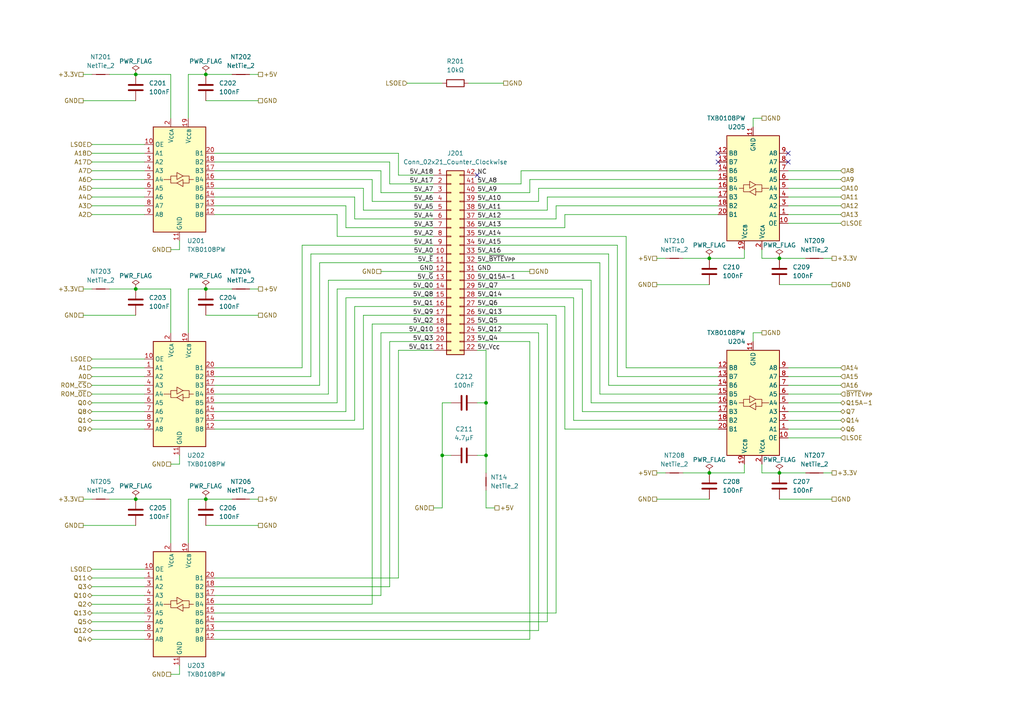
<source format=kicad_sch>
(kicad_sch (version 20230121) (generator eeschema)
  (paper "A4")
  (lib_symbols
    (symbol "Connector_Generic:Conn_02x21_Counter_Clockwise" (pin_names (offset 1.016) hide)
      (property "Reference" "J" (at 1.27 27.94 0))
      (property "Value" "Conn_02x21_Counter_Clockwise" (at 1.27 -27.94 0))
      (symbol "Conn_02x21_Counter_Clockwise_1_1"
        (rectangle (start -1.27 -25.273) (end 0 -25.527) (stroke (width 0.1524)))
        (rectangle (start -1.27 -22.733) (end 0 -22.987) (stroke (width 0.1524)))
        (rectangle (start -1.27 -20.193) (end 0 -20.447) (stroke (width 0.1524)))
        (rectangle (start -1.27 -17.653) (end 0 -17.907) (stroke (width 0.1524)))
        (rectangle (start -1.27 -15.113) (end 0 -15.367) (stroke (width 0.1524)))
        (rectangle (start -1.27 -12.573) (end 0 -12.827) (stroke (width 0.1524)))
        (rectangle (start -1.27 -10.033) (end 0 -10.287) (stroke (width 0.1524)))
        (rectangle (start -1.27 -7.493) (end 0 -7.747) (stroke (width 0.1524)))
        (rectangle (start -1.27 -4.953) (end 0 -5.207) (stroke (width 0.1524)))
        (rectangle (start -1.27 -2.413) (end 0 -2.667) (stroke (width 0.1524)))
        (rectangle (start -1.27 0.127) (end 0 -0.127) (stroke (width 0.1524)))
        (rectangle (start -1.27 2.667) (end 0 2.413) (stroke (width 0.1524)))
        (rectangle (start -1.27 5.207) (end 0 4.953) (stroke (width 0.1524)))
        (rectangle (start -1.27 7.747) (end 0 7.493) (stroke (width 0.1524)))
        (rectangle (start -1.27 10.287) (end 0 10.033) (stroke (width 0.1524)))
        (rectangle (start -1.27 12.827) (end 0 12.573) (stroke (width 0.1524)))
        (rectangle (start -1.27 15.367) (end 0 15.113) (stroke (width 0.1524)))
        (rectangle (start -1.27 17.907) (end 0 17.653) (stroke (width 0.1524)))
        (rectangle (start -1.27 20.447) (end 0 20.193) (stroke (width 0.1524)))
        (rectangle (start -1.27 22.987) (end 0 22.733) (stroke (width 0.1524)))
        (rectangle (start -1.27 25.527) (end 0 25.273) (stroke (width 0.1524)))
        (rectangle (start -1.27 26.67) (end 3.81 -26.67) (stroke (width 0.254)) (fill (type background)))
        (rectangle (start 3.81 -25.273) (end 2.54 -25.527) (stroke (width 0.1524)))
        (rectangle (start 3.81 -22.733) (end 2.54 -22.987) (stroke (width 0.1524)))
        (rectangle (start 3.81 -20.193) (end 2.54 -20.447) (stroke (width 0.1524)))
        (rectangle (start 3.81 -17.653) (end 2.54 -17.907) (stroke (width 0.1524)))
        (rectangle (start 3.81 -15.113) (end 2.54 -15.367) (stroke (width 0.1524)))
        (rectangle (start 3.81 -12.573) (end 2.54 -12.827) (stroke (width 0.1524)))
        (rectangle (start 3.81 -10.033) (end 2.54 -10.287) (stroke (width 0.1524)))
        (rectangle (start 3.81 -7.493) (end 2.54 -7.747) (stroke (width 0.1524)))
        (rectangle (start 3.81 -4.953) (end 2.54 -5.207) (stroke (width 0.1524)))
        (rectangle (start 3.81 -2.413) (end 2.54 -2.667) (stroke (width 0.1524)))
        (rectangle (start 3.81 0.127) (end 2.54 -0.127) (stroke (width 0.1524)))
        (rectangle (start 3.81 2.667) (end 2.54 2.413) (stroke (width 0.1524)))
        (rectangle (start 3.81 5.207) (end 2.54 4.953) (stroke (width 0.1524)))
        (rectangle (start 3.81 7.747) (end 2.54 7.493) (stroke (width 0.1524)))
        (rectangle (start 3.81 10.287) (end 2.54 10.033) (stroke (width 0.1524)))
        (rectangle (start 3.81 12.827) (end 2.54 12.573) (stroke (width 0.1524)))
        (rectangle (start 3.81 15.367) (end 2.54 15.113) (stroke (width 0.1524)))
        (rectangle (start 3.81 17.907) (end 2.54 17.653) (stroke (width 0.1524)))
        (rectangle (start 3.81 20.447) (end 2.54 20.193) (stroke (width 0.1524)))
        (rectangle (start 3.81 22.987) (end 2.54 22.733) (stroke (width 0.1524)))
        (rectangle (start 3.81 25.527) (end 2.54 25.273) (stroke (width 0.1524)))
        (pin passive line (at -5.08 25.4 0) (length 3.81) (name "Pin_1") (number "1"))
        (pin passive line (at -5.08 2.54 0) (length 3.81) (name "Pin_10") (number "10"))
        (pin passive line (at -5.08 0 0) (length 3.81) (name "Pin_11") (number "11"))
        (pin passive line (at -5.08 -2.54 0) (length 3.81) (name "Pin_12") (number "12"))
        (pin passive line (at -5.08 -5.08 0) (length 3.81) (name "Pin_13") (number "13"))
        (pin passive line (at -5.08 -7.62 0) (length 3.81) (name "Pin_14") (number "14"))
        (pin passive line (at -5.08 -10.16 0) (length 3.81) (name "Pin_15") (number "15"))
        (pin passive line (at -5.08 -12.7 0) (length 3.81) (name "Pin_16") (number "16"))
        (pin passive line (at -5.08 -15.24 0) (length 3.81) (name "Pin_17") (number "17"))
        (pin passive line (at -5.08 -17.78 0) (length 3.81) (name "Pin_18") (number "18"))
        (pin passive line (at -5.08 -20.32 0) (length 3.81) (name "Pin_19") (number "19"))
        (pin passive line (at -5.08 22.86 0) (length 3.81) (name "Pin_2") (number "2"))
        (pin passive line (at -5.08 -22.86 0) (length 3.81) (name "Pin_20") (number "20"))
        (pin passive line (at -5.08 -25.4 0) (length 3.81) (name "Pin_21") (number "21"))
        (pin passive line (at 7.62 -25.4 180) (length 3.81) (name "Pin_22") (number "22"))
        (pin passive line (at 7.62 -22.86 180) (length 3.81) (name "Pin_23") (number "23"))
        (pin passive line (at 7.62 -20.32 180) (length 3.81) (name "Pin_24") (number "24"))
        (pin passive line (at 7.62 -17.78 180) (length 3.81) (name "Pin_25") (number "25"))
        (pin passive line (at 7.62 -15.24 180) (length 3.81) (name "Pin_26") (number "26"))
        (pin passive line (at 7.62 -12.7 180) (length 3.81) (name "Pin_27") (number "27"))
        (pin passive line (at 7.62 -10.16 180) (length 3.81) (name "Pin_28") (number "28"))
        (pin passive line (at 7.62 -7.62 180) (length 3.81) (name "Pin_29") (number "29"))
        (pin passive line (at -5.08 20.32 0) (length 3.81) (name "Pin_3") (number "3"))
        (pin passive line (at 7.62 -5.08 180) (length 3.81) (name "Pin_30") (number "30"))
        (pin passive line (at 7.62 -2.54 180) (length 3.81) (name "Pin_31") (number "31"))
        (pin passive line (at 7.62 0 180) (length 3.81) (name "Pin_32") (number "32"))
        (pin passive line (at 7.62 2.54 180) (length 3.81) (name "Pin_33") (number "33"))
        (pin passive line (at 7.62 5.08 180) (length 3.81) (name "Pin_34") (number "34"))
        (pin passive line (at 7.62 7.62 180) (length 3.81) (name "Pin_35") (number "35"))
        (pin passive line (at 7.62 10.16 180) (length 3.81) (name "Pin_36") (number "36"))
        (pin passive line (at 7.62 12.7 180) (length 3.81) (name "Pin_37") (number "37"))
        (pin passive line (at 7.62 15.24 180) (length 3.81) (name "Pin_38") (number "38"))
        (pin passive line (at 7.62 17.78 180) (length 3.81) (name "Pin_39") (number "39"))
        (pin passive line (at -5.08 17.78 0) (length 3.81) (name "Pin_4") (number "4"))
        (pin passive line (at 7.62 20.32 180) (length 3.81) (name "Pin_40") (number "40"))
        (pin passive line (at 7.62 22.86 180) (length 3.81) (name "Pin_41") (number "41"))
        (pin passive line (at 7.62 25.4 180) (length 3.81) (name "Pin_42") (number "42"))
        (pin passive line (at -5.08 15.24 0) (length 3.81) (name "Pin_5") (number "5"))
        (pin passive line (at -5.08 12.7 0) (length 3.81) (name "Pin_6") (number "6"))
        (pin passive line (at -5.08 10.16 0) (length 3.81) (name "Pin_7") (number "7"))
        (pin passive line (at -5.08 7.62 0) (length 3.81) (name "Pin_8") (number "8"))
        (pin passive line (at -5.08 5.08 0) (length 3.81) (name "Pin_9") (number "9"))
      )
    )
    (symbol "Device:C" (pin_numbers hide) (pin_names (offset 0.254))
      (property "Reference" "C" (at 0.635 2.54 0))
      (property "Value" "C" (at 0.635 -2.54 0))
      (symbol "C_0_1"
        (polyline (pts (xy -2.032 -0.762) (xy 2.032 -0.762)) (stroke (width 0.508)))
        (polyline (pts (xy -2.032 0.762) (xy 2.032 0.762)) (stroke (width 0.508)))
      )
      (symbol "C_1_1"
        (pin passive line (at 0 3.81 270) (length 2.794) (name "~") (number "1"))
        (pin passive line (at 0 -3.81 90) (length 2.794) (name "~") (number "2"))
      )
    )
    (symbol "Device:NetTie_2" (pin_numbers hide) (pin_names (offset 0) hide) (in_bom no)
      (property "Reference" "NT" (at 0 1.27 0))
      (property "Value" "NetTie_2" (at 0 -1.27 0))
      (symbol "NetTie_2_0_1"
        (polyline (pts (xy -1.27 0) (xy 1.27 0)) (stroke (width 0.254)))
      )
      (symbol "NetTie_2_1_1"
        (pin passive line (at -2.54 0 0) (length 2.54) (name "1") (number "1"))
        (pin passive line (at 2.54 0 180) (length 2.54) (name "2") (number "2"))
      )
    )
    (symbol "Device:R" (pin_numbers hide) (pin_names (offset 0))
      (property "Reference" "R" (at 2.032 0 90))
      (property "Value" "R" (at 0 0 90))
      (symbol "R_0_1"
        (rectangle (start -1.016 -2.54) (end 1.016 2.54) (stroke (width 0.254)))
      )
      (symbol "R_1_1"
        (pin passive line (at 0 3.81 270) (length 1.27) (name "~") (number "1"))
        (pin passive line (at 0 -3.81 90) (length 1.27) (name "~") (number "2"))
      )
    )
    (symbol "Logic_LevelTranslator:TXB0108PW"
      (property "Reference" "U" (at -6.35 16.51 0))
      (property "Value" "TXB0108PW" (at 3.81 16.51 0))
      (symbol "TXB0108PW_0_1"
        (rectangle (start -7.62 15.24) (end 7.62 -15.24) (stroke (width 0.254)) (fill (type background)))
        (polyline (pts (xy -2.54 0) (xy -2.54 1.016) (xy -0.762 1.016)))
        (polyline (pts (xy 2.794 0) (xy 2.794 -1.016) (xy 1.016 -1.016)))
        (polyline (pts (xy -0.762 -1.016) (xy -2.54 -1.016) (xy -2.54 0) (xy -4.572 0)))
        (polyline (pts (xy -0.762 -1.016) (xy 1.016 0) (xy 1.016 -2.032) (xy -0.762 -1.016)))
        (polyline (pts (xy 1.016 1.016) (xy -0.762 0) (xy -0.762 2.032) (xy 1.016 1.016)))
        (polyline (pts (xy 1.016 1.016) (xy 2.794 1.016) (xy 2.794 0) (xy 4.064 0)))
      )
      (symbol "TXB0108PW_1_1"
        (pin bidirectional line (at -10.16 7.62 0) (length 2.54) (name "A1") (number "1"))
        (pin input line (at -10.16 10.16 0) (length 2.54) (name "OE") (number "10"))
        (pin power_in line (at 0 -17.78 90) (length 2.54) (name "GND") (number "11"))
        (pin bidirectional line (at 10.16 -10.16 180) (length 2.54) (name "B8") (number "12"))
        (pin bidirectional line (at 10.16 -7.62 180) (length 2.54) (name "B7") (number "13"))
        (pin bidirectional line (at 10.16 -5.08 180) (length 2.54) (name "B6") (number "14"))
        (pin bidirectional line (at 10.16 -2.54 180) (length 2.54) (name "B5") (number "15"))
        (pin bidirectional line (at 10.16 0 180) (length 2.54) (name "B4") (number "16"))
        (pin bidirectional line (at 10.16 2.54 180) (length 2.54) (name "B3") (number "17"))
        (pin bidirectional line (at 10.16 5.08 180) (length 2.54) (name "B2") (number "18"))
        (pin power_in line (at 2.54 17.78 270) (length 2.54) (name "V_{CCB}") (number "19"))
        (pin power_in line (at -2.54 17.78 270) (length 2.54) (name "V_{CCA}") (number "2"))
        (pin bidirectional line (at 10.16 7.62 180) (length 2.54) (name "B1") (number "20"))
        (pin bidirectional line (at -10.16 5.08 0) (length 2.54) (name "A2") (number "3"))
        (pin bidirectional line (at -10.16 2.54 0) (length 2.54) (name "A3") (number "4"))
        (pin bidirectional line (at -10.16 0 0) (length 2.54) (name "A4") (number "5"))
        (pin bidirectional line (at -10.16 -2.54 0) (length 2.54) (name "A5") (number "6"))
        (pin bidirectional line (at -10.16 -5.08 0) (length 2.54) (name "A6") (number "7"))
        (pin bidirectional line (at -10.16 -7.62 0) (length 2.54) (name "A7") (number "8"))
        (pin bidirectional line (at -10.16 -10.16 0) (length 2.54) (name "A8") (number "9"))
      )
    )
    (symbol "power:PWR_FLAG" (power) (pin_numbers hide) (pin_names (offset 0) hide)
      (property "Value" "PWR_FLAG" (at 0 3.81 0))
      (symbol "PWR_FLAG_0_0"
        (pin power_out line (at 0 0 90) (length 0) (name "pwr") (number "1"))
      )
      (symbol "PWR_FLAG_0_1"
        (polyline (pts (xy 0 0) (xy 0 1.27) (xy -1.016 1.905) (xy 0 2.54) (xy 1.016 1.905) (xy 0 1.27)))
      )
    )
  )
  (junction (at 205.74 137.16))
  (junction (at 128.27 132.08))
  (junction (at 140.97 116.84))
  (junction (at 39.37 83.82))
  (junction (at 59.69 83.82))
  (junction (at 205.74 74.93))
  (junction (at 39.37 144.78))
  (junction (at 39.37 21.59))
  (junction (at 226.06 137.16))
  (junction (at 59.69 21.59))
  (junction (at 59.69 144.78))
  (junction (at 140.97 132.08))
  (junction (at 226.06 74.93))
  (no_connect (at 228.6 44.45))
  (no_connect (at 208.28 46.99))
  (no_connect (at 228.6 46.99))
  (no_connect (at 138.43 50.8))
  (no_connect (at 208.28 44.45))
  (wire (pts (xy 243.84 116.84) (xy 228.6 116.84)))
  (wire (pts (xy 243.84 62.23) (xy 228.6 62.23)))
  (wire (pts (xy 24.13 29.21) (xy 39.37 29.21)))
  (wire (pts (xy 62.23 167.64) (xy 115.57 167.64)))
  (wire (pts (xy 243.84 106.68) (xy 228.6 106.68)))
  (wire (pts (xy 113.03 46.99) (xy 113.03 53.34)))
  (wire (pts (xy 54.61 21.59) (xy 59.69 21.59)))
  (wire (pts (xy 125.73 60.96) (xy 105.41 60.96)))
  (wire (pts (xy 110.49 96.52) (xy 125.73 96.52)))
  (wire (pts (xy 107.95 52.07) (xy 107.95 58.42)))
  (wire (pts (xy 26.67 119.38) (xy 41.91 119.38)))
  (wire (pts (xy 62.23 46.99) (xy 113.03 46.99)))
  (wire (pts (xy 228.6 57.15) (xy 243.84 57.15)))
  (wire (pts (xy 26.67 121.92) (xy 41.91 121.92)))
  (wire (pts (xy 215.9 72.39) (xy 215.9 74.93)))
  (wire (pts (xy 59.69 21.59) (xy 67.31 21.59)))
  (wire (pts (xy 26.67 175.26) (xy 41.91 175.26)))
  (wire (pts (xy 243.84 49.53) (xy 228.6 49.53)))
  (wire (pts (xy 140.97 142.24) (xy 140.97 147.32)))
  (wire (pts (xy 90.17 73.66) (xy 90.17 109.22)))
  (wire (pts (xy 138.43 58.42) (xy 156.21 58.42)))
  (wire (pts (xy 62.23 119.38) (xy 100.33 119.38)))
  (wire (pts (xy 243.84 127) (xy 228.6 127)))
  (wire (pts (xy 62.23 114.3) (xy 95.25 114.3)))
  (wire (pts (xy 218.44 96.52) (xy 220.98 96.52)))
  (wire (pts (xy 243.84 114.3) (xy 228.6 114.3)))
  (wire (pts (xy 168.91 83.82) (xy 168.91 119.38)))
  (wire (pts (xy 243.84 54.61) (xy 228.6 54.61)))
  (wire (pts (xy 125.73 50.8) (xy 115.57 50.8)))
  (wire (pts (xy 138.43 63.5) (xy 161.29 63.5)))
  (wire (pts (xy 49.53 144.78) (xy 49.53 157.48)))
  (wire (pts (xy 59.69 144.78) (xy 67.31 144.78)))
  (wire (pts (xy 59.69 29.21) (xy 74.93 29.21)))
  (wire (pts (xy 243.84 121.92) (xy 228.6 121.92)))
  (wire (pts (xy 113.03 53.34) (xy 125.73 53.34)))
  (wire (pts (xy 49.53 21.59) (xy 49.53 34.29)))
  (wire (pts (xy 26.67 167.64) (xy 41.91 167.64)))
  (wire (pts (xy 125.73 93.98) (xy 107.95 93.98)))
  (wire (pts (xy 72.39 144.78) (xy 74.93 144.78)))
  (wire (pts (xy 125.73 76.2) (xy 92.71 76.2)))
  (wire (pts (xy 176.53 111.76) (xy 176.53 73.66)))
  (wire (pts (xy 26.67 172.72) (xy 41.91 172.72)))
  (wire (pts (xy 218.44 34.29) (xy 220.98 34.29)))
  (wire (pts (xy 62.23 116.84) (xy 97.79 116.84)))
  (wire (pts (xy 26.67 41.91) (xy 41.91 41.91)))
  (wire (pts (xy 163.83 62.23) (xy 163.83 66.04)))
  (wire (pts (xy 156.21 182.88) (xy 62.23 182.88)))
  (wire (pts (xy 173.99 76.2) (xy 173.99 114.3)))
  (wire (pts (xy 62.23 185.42) (xy 153.67 185.42)))
  (wire (pts (xy 226.06 137.16) (xy 233.68 137.16)))
  (wire (pts (xy 113.03 99.06) (xy 125.73 99.06)))
  (wire (pts (xy 138.43 81.28) (xy 171.45 81.28)))
  (wire (pts (xy 39.37 144.78) (xy 49.53 144.78)))
  (wire (pts (xy 49.53 83.82) (xy 49.53 96.52)))
  (wire (pts (xy 52.07 72.39) (xy 49.53 72.39)))
  (wire (pts (xy 125.73 71.12) (xy 87.63 71.12)))
  (wire (pts (xy 166.37 121.92) (xy 166.37 86.36)))
  (wire (pts (xy 59.69 83.82) (xy 67.31 83.82)))
  (wire (pts (xy 163.83 124.46) (xy 208.28 124.46)))
  (wire (pts (xy 138.43 71.12) (xy 179.07 71.12)))
  (wire (pts (xy 26.67 106.68) (xy 41.91 106.68)))
  (wire (pts (xy 171.45 116.84) (xy 171.45 81.28)))
  (wire (pts (xy 52.07 132.08) (xy 52.07 134.62)))
  (wire (pts (xy 128.27 116.84) (xy 128.27 132.08)))
  (wire (pts (xy 26.67 177.8) (xy 41.91 177.8)))
  (wire (pts (xy 62.23 54.61) (xy 105.41 54.61)))
  (wire (pts (xy 243.84 119.38) (xy 228.6 119.38)))
  (wire (pts (xy 208.28 111.76) (xy 176.53 111.76)))
  (wire (pts (xy 218.44 96.52) (xy 218.44 99.06)))
  (wire (pts (xy 128.27 132.08) (xy 128.27 147.32)))
  (wire (pts (xy 158.75 57.15) (xy 158.75 60.96)))
  (wire (pts (xy 95.25 81.28) (xy 95.25 114.3)))
  (wire (pts (xy 105.41 91.44) (xy 105.41 124.46)))
  (wire (pts (xy 26.67 182.88) (xy 41.91 182.88)))
  (wire (pts (xy 87.63 71.12) (xy 87.63 106.68)))
  (wire (pts (xy 198.12 74.93) (xy 205.74 74.93)))
  (wire (pts (xy 26.67 114.3) (xy 41.91 114.3)))
  (wire (pts (xy 156.21 58.42) (xy 156.21 54.61)))
  (wire (pts (xy 97.79 62.23) (xy 62.23 62.23)))
  (wire (pts (xy 39.37 21.59) (xy 49.53 21.59)))
  (wire (pts (xy 220.98 72.39) (xy 220.98 74.93)))
  (wire (pts (xy 243.84 111.76) (xy 228.6 111.76)))
  (wire (pts (xy 62.23 177.8) (xy 161.29 177.8)))
  (wire (pts (xy 161.29 59.69) (xy 208.28 59.69)))
  (wire (pts (xy 62.23 44.45) (xy 115.57 44.45)))
  (wire (pts (xy 179.07 71.12) (xy 179.07 109.22)))
  (wire (pts (xy 190.5 82.55) (xy 205.74 82.55)))
  (wire (pts (xy 220.98 137.16) (xy 226.06 137.16)))
  (wire (pts (xy 140.97 116.84) (xy 138.43 116.84)))
  (wire (pts (xy 138.43 91.44) (xy 161.29 91.44)))
  (wire (pts (xy 102.87 88.9) (xy 102.87 121.92)))
  (wire (pts (xy 190.5 74.93) (xy 193.04 74.93)))
  (wire (pts (xy 110.49 172.72) (xy 110.49 96.52)))
  (wire (pts (xy 243.84 59.69) (xy 228.6 59.69)))
  (wire (pts (xy 31.75 21.59) (xy 39.37 21.59)))
  (wire (pts (xy 62.23 121.92) (xy 102.87 121.92)))
  (wire (pts (xy 138.43 60.96) (xy 158.75 60.96)))
  (wire (pts (xy 100.33 59.69) (xy 62.23 59.69)))
  (wire (pts (xy 161.29 177.8) (xy 161.29 91.44)))
  (wire (pts (xy 62.23 106.68) (xy 87.63 106.68)))
  (wire (pts (xy 115.57 50.8) (xy 115.57 44.45)))
  (wire (pts (xy 161.29 63.5) (xy 161.29 59.69)))
  (wire (pts (xy 173.99 114.3) (xy 208.28 114.3)))
  (wire (pts (xy 190.5 137.16) (xy 193.04 137.16)))
  (wire (pts (xy 92.71 76.2) (xy 92.71 111.76)))
  (wire (pts (xy 26.67 111.76) (xy 41.91 111.76)))
  (wire (pts (xy 138.43 78.74) (xy 153.67 78.74)))
  (wire (pts (xy 102.87 63.5) (xy 125.73 63.5)))
  (wire (pts (xy 138.43 93.98) (xy 158.75 93.98)))
  (wire (pts (xy 26.67 52.07) (xy 41.91 52.07)))
  (wire (pts (xy 62.23 170.18) (xy 113.03 170.18)))
  (wire (pts (xy 198.12 137.16) (xy 205.74 137.16)))
  (wire (pts (xy 72.39 21.59) (xy 74.93 21.59)))
  (wire (pts (xy 125.73 86.36) (xy 100.33 86.36)))
  (wire (pts (xy 107.95 58.42) (xy 125.73 58.42)))
  (wire (pts (xy 24.13 21.59) (xy 26.67 21.59)))
  (wire (pts (xy 151.13 49.53) (xy 208.28 49.53)))
  (wire (pts (xy 62.23 172.72) (xy 110.49 172.72)))
  (wire (pts (xy 140.97 147.32) (xy 143.51 147.32)))
  (wire (pts (xy 138.43 99.06) (xy 153.67 99.06)))
  (wire (pts (xy 62.23 175.26) (xy 107.95 175.26)))
  (wire (pts (xy 140.97 132.08) (xy 138.43 132.08)))
  (wire (pts (xy 226.06 74.93) (xy 233.68 74.93)))
  (wire (pts (xy 26.67 109.22) (xy 41.91 109.22)))
  (wire (pts (xy 72.39 83.82) (xy 74.93 83.82)))
  (wire (pts (xy 110.49 55.88) (xy 110.49 49.53)))
  (wire (pts (xy 190.5 144.78) (xy 205.74 144.78)))
  (wire (pts (xy 125.73 91.44) (xy 105.41 91.44)))
  (wire (pts (xy 238.76 74.93) (xy 241.3 74.93)))
  (wire (pts (xy 156.21 96.52) (xy 156.21 182.88)))
  (wire (pts (xy 205.74 137.16) (xy 215.9 137.16)))
  (wire (pts (xy 163.83 88.9) (xy 163.83 124.46)))
  (wire (pts (xy 140.97 101.6) (xy 140.97 116.84)))
  (wire (pts (xy 125.73 83.82) (xy 97.79 83.82)))
  (wire (pts (xy 238.76 137.16) (xy 241.3 137.16)))
  (wire (pts (xy 208.28 116.84) (xy 171.45 116.84)))
  (wire (pts (xy 128.27 147.32) (xy 125.73 147.32)))
  (wire (pts (xy 220.98 74.93) (xy 226.06 74.93)))
  (wire (pts (xy 100.33 86.36) (xy 100.33 119.38)))
  (wire (pts (xy 125.73 81.28) (xy 95.25 81.28)))
  (wire (pts (xy 140.97 132.08) (xy 140.97 137.16)))
  (wire (pts (xy 52.07 134.62) (xy 49.53 134.62)))
  (wire (pts (xy 24.13 91.44) (xy 39.37 91.44)))
  (wire (pts (xy 52.07 69.85) (xy 52.07 72.39)))
  (wire (pts (xy 62.23 180.34) (xy 158.75 180.34)))
  (wire (pts (xy 31.75 144.78) (xy 39.37 144.78)))
  (wire (pts (xy 208.28 52.07) (xy 153.67 52.07)))
  (wire (pts (xy 138.43 68.58) (xy 181.61 68.58)))
  (wire (pts (xy 102.87 57.15) (xy 102.87 63.5)))
  (wire (pts (xy 52.07 193.04) (xy 52.07 195.58)))
  (wire (pts (xy 243.84 124.46) (xy 228.6 124.46)))
  (wire (pts (xy 135.89 24.13) (xy 146.05 24.13)))
  (wire (pts (xy 54.61 83.82) (xy 59.69 83.82)))
  (wire (pts (xy 54.61 144.78) (xy 59.69 144.78)))
  (wire (pts (xy 62.23 111.76) (xy 92.71 111.76)))
  (wire (pts (xy 218.44 34.29) (xy 218.44 36.83)))
  (wire (pts (xy 138.43 66.04) (xy 163.83 66.04)))
  (wire (pts (xy 153.67 52.07) (xy 153.67 55.88)))
  (wire (pts (xy 26.67 57.15) (xy 41.91 57.15)))
  (wire (pts (xy 26.67 46.99) (xy 41.91 46.99)))
  (wire (pts (xy 26.67 49.53) (xy 41.91 49.53)))
  (wire (pts (xy 215.9 134.62) (xy 215.9 137.16)))
  (wire (pts (xy 243.84 64.77) (xy 228.6 64.77)))
  (wire (pts (xy 138.43 96.52) (xy 156.21 96.52)))
  (wire (pts (xy 62.23 124.46) (xy 105.41 124.46)))
  (wire (pts (xy 138.43 53.34) (xy 151.13 53.34)))
  (wire (pts (xy 54.61 144.78) (xy 54.61 157.48)))
  (wire (pts (xy 130.81 116.84) (xy 128.27 116.84)))
  (wire (pts (xy 26.67 185.42) (xy 41.91 185.42)))
  (wire (pts (xy 97.79 68.58) (xy 125.73 68.58)))
  (wire (pts (xy 208.28 57.15) (xy 158.75 57.15)))
  (wire (pts (xy 243.84 52.07) (xy 228.6 52.07)))
  (wire (pts (xy 26.67 44.45) (xy 41.91 44.45)))
  (wire (pts (xy 39.37 83.82) (xy 49.53 83.82)))
  (wire (pts (xy 243.84 109.22) (xy 228.6 109.22)))
  (wire (pts (xy 220.98 134.62) (xy 220.98 137.16)))
  (wire (pts (xy 138.43 55.88) (xy 153.67 55.88)))
  (wire (pts (xy 110.49 78.74) (xy 125.73 78.74)))
  (wire (pts (xy 97.79 62.23) (xy 97.79 68.58)))
  (wire (pts (xy 24.13 83.82) (xy 26.67 83.82)))
  (wire (pts (xy 125.73 88.9) (xy 102.87 88.9)))
  (wire (pts (xy 26.67 54.61) (xy 41.91 54.61)))
  (wire (pts (xy 62.23 49.53) (xy 110.49 49.53)))
  (wire (pts (xy 140.97 116.84) (xy 140.97 132.08)))
  (wire (pts (xy 52.07 195.58) (xy 49.53 195.58)))
  (wire (pts (xy 26.67 62.23) (xy 41.91 62.23)))
  (wire (pts (xy 138.43 73.66) (xy 176.53 73.66)))
  (wire (pts (xy 208.28 106.68) (xy 181.61 106.68)))
  (wire (pts (xy 138.43 86.36) (xy 166.37 86.36)))
  (wire (pts (xy 105.41 60.96) (xy 105.41 54.61)))
  (wire (pts (xy 26.67 165.1) (xy 41.91 165.1)))
  (wire (pts (xy 62.23 57.15) (xy 102.87 57.15)))
  (wire (pts (xy 226.06 144.78) (xy 241.3 144.78)))
  (wire (pts (xy 153.67 185.42) (xy 153.67 99.06)))
  (wire (pts (xy 208.28 62.23) (xy 163.83 62.23)))
  (wire (pts (xy 125.73 101.6) (xy 115.57 101.6)))
  (wire (pts (xy 158.75 180.34) (xy 158.75 93.98)))
  (wire (pts (xy 156.21 54.61) (xy 208.28 54.61)))
  (wire (pts (xy 26.67 170.18) (xy 41.91 170.18)))
  (wire (pts (xy 168.91 119.38) (xy 208.28 119.38)))
  (wire (pts (xy 181.61 106.68) (xy 181.61 68.58)))
  (wire (pts (xy 62.23 52.07) (xy 107.95 52.07)))
  (wire (pts (xy 54.61 34.29) (xy 54.61 21.59)))
  (wire (pts (xy 24.13 144.78) (xy 26.67 144.78)))
  (wire (pts (xy 138.43 88.9) (xy 163.83 88.9)))
  (wire (pts (xy 54.61 96.52) (xy 54.61 83.82)))
  (wire (pts (xy 125.73 55.88) (xy 110.49 55.88)))
  (wire (pts (xy 26.67 104.14) (xy 41.91 104.14)))
  (wire (pts (xy 24.13 152.4) (xy 39.37 152.4)))
  (wire (pts (xy 205.74 74.93) (xy 215.9 74.93)))
  (wire (pts (xy 138.43 76.2) (xy 173.99 76.2)))
  (wire (pts (xy 118.11 24.13) (xy 128.27 24.13)))
  (wire (pts (xy 208.28 121.92) (xy 166.37 121.92)))
  (wire (pts (xy 59.69 91.44) (xy 74.93 91.44)))
  (wire (pts (xy 125.73 73.66) (xy 90.17 73.66)))
  (wire (pts (xy 226.06 82.55) (xy 241.3 82.55)))
  (wire (pts (xy 115.57 167.64) (xy 115.57 101.6)))
  (wire (pts (xy 138.43 101.6) (xy 140.97 101.6)))
  (wire (pts (xy 100.33 66.04) (xy 100.33 59.69)))
  (wire (pts (xy 31.75 83.82) (xy 39.37 83.82)))
  (wire (pts (xy 62.23 109.22) (xy 90.17 109.22)))
  (wire (pts (xy 26.67 180.34) (xy 41.91 180.34)))
  (wire (pts (xy 97.79 83.82) (xy 97.79 116.84)))
  (wire (pts (xy 26.67 59.69) (xy 41.91 59.69)))
  (wire (pts (xy 59.69 152.4) (xy 74.93 152.4)))
  (wire (pts (xy 125.73 66.04) (xy 100.33 66.04)))
  (wire (pts (xy 151.13 53.34) (xy 151.13 49.53)))
  (wire (pts (xy 107.95 175.26) (xy 107.95 93.98)))
  (wire (pts (xy 128.27 132.08) (xy 130.81 132.08)))
  (wire (pts (xy 179.07 109.22) (xy 208.28 109.22)))
  (wire (pts (xy 26.67 124.46) (xy 41.91 124.46)))
  (wire (pts (xy 26.67 116.84) (xy 41.91 116.84)))
  (wire (pts (xy 138.43 83.82) (xy 168.91 83.82)))
  (wire (pts (xy 113.03 170.18) (xy 113.03 99.06)))
  (label "5V_A10" (at 138.43 58.42 0))
  (label "5V_A16" (at 138.43 73.66 0))
  (label "5V_A8" (at 138.43 53.34 0))
  (label "5V_A18" (at 125.73 50.8 180))
  (label "5V_Q5" (at 138.43 93.98 0))
  (label "5V_A2" (at 125.73 68.58 180))
  (label "5V_Q0" (at 125.73 83.82 180))
  (label "5V_Q1" (at 125.73 88.9 180))
  (label "5V_Q6" (at 138.43 88.9 0))
  (label "5V_A11" (at 138.43 60.96 0))
  (label "5V_Q8" (at 125.73 86.36 180))
  (label "5V_Q14" (at 138.43 86.36 0))
  (label "5V_~{G}" (at 125.73 81.28 180))
  (label "5V_Q13" (at 138.43 91.44 0))
  (label "5V_Q15A-1" (at 138.43 81.28 0))
  (label "5V_V_{CC}" (at 138.43 101.6 0))
  (label "5V_Q12" (at 138.43 96.52 0))
  (label "5V_A14" (at 138.43 68.58 0))
  (label "5V_Q4" (at 138.43 99.06 0))
  (label "GND" (at 125.73 78.74 180))
  (label "5V_Q11" (at 125.73 101.6 180))
  (label "5V_Q3" (at 125.73 99.06 180))
  (label "5V_A5" (at 125.73 60.96 180))
  (label "5V_Q9" (at 125.73 91.44 180))
  (label "5V_A15" (at 138.43 71.12 0))
  (label "5V_A13" (at 138.43 66.04 0))
  (label "GND" (at 138.43 78.74 0))
  (label "5V_~{BYTE}V_{PP}" (at 138.43 76.2 0))
  (label "5V_Q10" (at 125.73 96.52 180))
  (label "5V_~{E}" (at 125.73 76.2 180))
  (label "5V_A1" (at 125.73 71.12 180))
  (label "5V_A12" (at 138.43 63.5 0))
  (label "5V_A17" (at 125.73 53.34 180))
  (label "5V_Q7" (at 138.43 83.82 0))
  (label "5V_A4" (at 125.73 63.5 180))
  (label "5V_Q2" (at 125.73 93.98 180))
  (label "NC" (at 138.43 50.8 0))
  (label "5V_A9" (at 138.43 55.88 0))
  (label "5V_A7" (at 125.73 55.88 180))
  (label "5V_A0" (at 125.73 73.66 180))
  (label "5V_A6" (at 125.73 58.42 180))
  (label "5V_A3" (at 125.73 66.04 180))
  (hierarchical_label "GND" (shape passive) (at 24.13 152.4 180))
  (hierarchical_label "Q9" (shape bidirectional) (at 26.67 124.46 180))
  (hierarchical_label "LSOE" (shape input) (at 243.84 64.77 0))
  (hierarchical_label "A12" (shape input) (at 243.84 59.69 0))
  (hierarchical_label "A5" (shape input) (at 26.67 54.61 180))
  (hierarchical_label "LSOE" (shape input) (at 26.67 41.91 180))
  (hierarchical_label "+5V" (shape passive) (at 74.93 83.82 0))
  (hierarchical_label "ROM_~{OE}" (shape input) (at 26.67 114.3 180))
  (hierarchical_label "A15" (shape input) (at 243.84 109.22 0))
  (hierarchical_label "A13" (shape input) (at 243.84 62.23 0))
  (hierarchical_label "A3" (shape input) (at 26.67 59.69 180))
  (hierarchical_label "A18" (shape input) (at 26.67 44.45 180))
  (hierarchical_label "+5V" (shape passive) (at 74.93 144.78 0))
  (hierarchical_label "+5V" (shape passive) (at 74.93 21.59 0))
  (hierarchical_label "Q11" (shape bidirectional) (at 26.67 167.64 180))
  (hierarchical_label "Q4" (shape bidirectional) (at 26.67 185.42 180))
  (hierarchical_label "A6" (shape input) (at 26.67 52.07 180))
  (hierarchical_label "+3.3V" (shape passive) (at 241.3 137.16 0))
  (hierarchical_label "LSOE" (shape input) (at 26.67 104.14 180))
  (hierarchical_label "GND" (shape passive) (at 49.53 72.39 180))
  (hierarchical_label "Q8" (shape bidirectional) (at 26.67 119.38 180))
  (hierarchical_label "Q14" (shape bidirectional) (at 243.84 121.92 0))
  (hierarchical_label "GND" (shape passive) (at 24.13 29.21 180))
  (hierarchical_label "GND" (shape passive) (at 125.73 147.32 180))
  (hierarchical_label "GND" (shape passive) (at 49.53 134.62 180))
  (hierarchical_label "GND" (shape passive) (at 74.93 91.44 0))
  (hierarchical_label "GND" (shape passive) (at 241.3 82.55 0))
  (hierarchical_label "Q7" (shape bidirectional) (at 243.84 119.38 0))
  (hierarchical_label "A1" (shape input) (at 26.67 106.68 180))
  (hierarchical_label "+3.3V" (shape passive) (at 24.13 144.78 180))
  (hierarchical_label "A8" (shape input) (at 243.84 49.53 0))
  (hierarchical_label "GND" (shape passive) (at 74.93 29.21 0))
  (hierarchical_label "GND" (shape passive) (at 146.05 24.13 0))
  (hierarchical_label "+5V" (shape passive) (at 143.51 147.32 0))
  (hierarchical_label "A9" (shape input) (at 243.84 52.07 0))
  (hierarchical_label "+3.3V" (shape passive) (at 241.3 74.93 0))
  (hierarchical_label "Q1" (shape bidirectional) (at 26.67 121.92 180))
  (hierarchical_label "GND" (shape passive) (at 49.53 195.58 180))
  (hierarchical_label "GND" (shape passive) (at 74.93 152.4 0))
  (hierarchical_label "Q6" (shape bidirectional) (at 243.84 124.46 0))
  (hierarchical_label "LSOE" (shape input) (at 243.84 127 0))
  (hierarchical_label "LSOE" (shape input) (at 26.67 165.1 180))
  (hierarchical_label "GND" (shape passive) (at 190.5 144.78 180))
  (hierarchical_label "GND" (shape passive) (at 153.67 78.74 0))
  (hierarchical_label "Q13" (shape bidirectional) (at 26.67 177.8 180))
  (hierarchical_label "GND" (shape passive) (at 220.98 34.29 0))
  (hierarchical_label "Q2" (shape bidirectional) (at 26.67 175.26 180))
  (hierarchical_label "Q3" (shape bidirectional) (at 26.67 170.18 180))
  (hierarchical_label "A14" (shape input) (at 243.84 106.68 0))
  (hierarchical_label "+5V" (shape passive) (at 190.5 74.93 180))
  (hierarchical_label "Q15A-1" (shape bidirectional) (at 243.84 116.84 0))
  (hierarchical_label "+3.3V" (shape passive) (at 24.13 21.59 180))
  (hierarchical_label "GND" (shape passive) (at 24.13 91.44 180))
  (hierarchical_label "LSOE" (shape input) (at 118.11 24.13 180))
  (hierarchical_label "GND" (shape passive) (at 241.3 144.78 0))
  (hierarchical_label "Q12" (shape bidirectional) (at 26.67 182.88 180))
  (hierarchical_label "A4" (shape input) (at 26.67 57.15 180))
  (hierarchical_label "A7" (shape input) (at 26.67 49.53 180))
  (hierarchical_label "+5V" (shape passive) (at 190.5 137.16 180))
  (hierarchical_label "A16" (shape input) (at 243.84 111.76 0))
  (hierarchical_label "~{BYTE}V_{PP}" (shape input) (at 243.84 114.3 0))
  (hierarchical_label "A17" (shape input) (at 26.67 46.99 180))
  (hierarchical_label "GND" (shape passive) (at 110.49 78.74 180))
  (hierarchical_label "GND" (shape passive) (at 220.98 96.52 0))
  (hierarchical_label "A2" (shape input) (at 26.67 62.23 180))
  (hierarchical_label "A0" (shape input) (at 26.67 109.22 180))
  (hierarchical_label "Q10" (shape bidirectional) (at 26.67 172.72 180))
  (hierarchical_label "GND" (shape passive) (at 190.5 82.55 180))
  (hierarchical_label "A11" (shape input) (at 243.84 57.15 0))
  (hierarchical_label "+3.3V" (shape passive) (at 24.13 83.82 180))
  (hierarchical_label "Q0" (shape bidirectional) (at 26.67 116.84 180))
  (hierarchical_label "A10" (shape input) (at 243.84 54.61 0))
  (hierarchical_label "ROM_~{CS}" (shape input) (at 26.67 111.76 180))
  (hierarchical_label "Q5" (shape bidirectional) (at 26.67 180.34 180))
  (symbol (lib_id "power:PWR_FLAG") (at 59.69 83.82 0) (unit 1)
    (property "Reference" "#FLG013" (effects hide))
    (property "Value" "PWR_FLAG" (at 59.69 80.01 0))
  )
  (symbol (lib_id "Device:C") (at 226.06 78.74 0) (unit 1)
    (property "Reference" "C209" (at 229.87 77.47 0) (effects (justify left)))
    (property "Value" "100nF" (at 229.87 80.01 0) (effects (justify left)))
    (property "Footprint" "Capacitor_SMD:C_0402_1005Metric" (effects hide))
    (property "LCSC" "C307331" (effects hide))
  )
  (symbol (lib_id "Device:NetTie_2") (at 195.58 74.93 0) (unit 1) (in_bom no)
    (property "Reference" "NT210" (at 195.58 69.85 0))
    (property "Value" "NetTie_2" (at 195.58 72.39 0))
    (property "Footprint" "NetTie:NetTie-2_SMD_Pad0.5mm" (effects hide))
  )
  (symbol (lib_id "Device:C") (at 205.74 78.74 0) (unit 1)
    (property "Reference" "C210" (at 209.55 77.47 0) (effects (justify left)))
    (property "Value" "100nF" (at 209.55 80.01 0) (effects (justify left)))
    (property "Footprint" "Capacitor_SMD:C_0402_1005Metric" (effects hide))
    (property "LCSC" "C307331" (effects hide))
  )
  (symbol (lib_id "Device:C") (at 205.74 140.97 0) (unit 1)
    (property "Reference" "C208" (at 209.55 139.7 0) (effects (justify left)))
    (property "Value" "100nF" (at 209.55 142.24 0) (effects (justify left)))
    (property "Footprint" "Capacitor_SMD:C_0402_1005Metric" (effects hide))
    (property "LCSC" "C307331" (effects hide))
  )
  (symbol (lib_id "Device:NetTie_2") (at 140.97 139.7 270) (mirror x) (unit 1) (in_bom no)
    (property "Reference" "NT14" (at 142.24 138.43 90) (effects (justify left)))
    (property "Value" "NetTie_2" (at 142.24 140.97 90) (effects (justify left)))
    (property "Footprint" "NetTie:NetTie-2_SMD_Pad0.5mm" (effects hide))
  )
  (symbol (lib_id "Device:R") (at 132.08 24.13 270) (mirror x) (unit 1)
    (property "Reference" "R201" (at 132.08 17.78 90))
    (property "Value" "10kΩ" (at 132.08 20.32 90))
    (property "Footprint" "Resistor_SMD:R_0402_1005Metric" (effects hide))
    (property "LCSC" "C100572" (effects hide))
  )
  (symbol (lib_id "Connector_Generic:Conn_02x21_Counter_Clockwise") (at 130.81 76.2 0) (unit 1)
    (property "Reference" "J201" (at 132.08 44.45 0))
    (property "Value" "Conn_02x21_Counter_Clockwise" (at 132.08 46.99 0))
    (property "Footprint" "Package_DIP:DIP-42_W15.24mm_Socket" (effects hide))
  )
  (symbol (lib_id "Device:C") (at 134.62 116.84 90) (unit 1)
    (property "Reference" "C212" (at 134.62 109.22 90))
    (property "Value" "100nF" (at 134.62 111.76 90))
    (property "Footprint" "Capacitor_SMD:C_0402_1005Metric" (effects hide))
    (property "LCSC" "C307331" (effects hide))
  )
  (symbol (lib_id "power:PWR_FLAG") (at 205.74 137.16 0) (unit 1)
    (property "Reference" "#FLG06" (effects hide))
    (property "Value" "PWR_FLAG" (at 205.74 133.35 0))
  )
  (symbol (lib_id "power:PWR_FLAG") (at 226.06 137.16 0) (unit 1)
    (property "Reference" "#FLG07" (effects hide))
    (property "Value" "PWR_FLAG" (at 226.06 133.35 0))
  )
  (symbol (lib_id "power:PWR_FLAG") (at 59.69 144.78 0) (unit 1)
    (property "Reference" "#FLG014" (effects hide))
    (property "Value" "PWR_FLAG" (at 59.69 140.97 0))
  )
  (symbol (lib_id "Device:C") (at 39.37 148.59 0) (unit 1)
    (property "Reference" "C205" (at 43.18 147.32 0) (effects (justify left)))
    (property "Value" "100nF" (at 43.18 149.86 0) (effects (justify left)))
    (property "Footprint" "Capacitor_SMD:C_0402_1005Metric" (effects hide))
    (property "LCSC" "C307331" (effects hide))
  )
  (symbol (lib_id "Logic_LevelTranslator:TXB0108PW") (at 218.44 54.61 180) (unit 1)
    (property "Reference" "U205" (at 216.2459 36.83 0) (effects (justify left)))
    (property "Value" "TXB0108PW" (at 216.2459 34.29 0) (effects (justify left)))
    (property "Footprint" "Package_SO:TSSOP-20_4.4x6.5mm_P0.65mm" (effects hide))
    (property "Datasheet" "http://www.ti.com/lit/ds/symlink/txb0108.pdf" (effects hide))
    (property "LCSC" "C53406" (effects hide))
  )
  (symbol (lib_id "Logic_LevelTranslator:TXB0108PW") (at 52.07 52.07 0) (unit 1)
    (property "Reference" "U201" (at 54.2641 69.85 0) (effects (justify left)))
    (property "Value" "TXB0108PW" (at 54.2641 72.39 0) (effects (justify left)))
    (property "Footprint" "Package_SO:TSSOP-20_4.4x6.5mm_P0.65mm" (effects hide))
    (property "Datasheet" "http://www.ti.com/lit/ds/symlink/txb0108.pdf" (effects hide))
    (property "LCSC" "C53406" (effects hide))
  )
  (symbol (lib_id "Device:NetTie_2") (at 195.58 137.16 0) (unit 1) (in_bom no)
    (property "Reference" "NT208" (at 195.58 132.08 0))
    (property "Value" "NetTie_2" (at 195.58 134.62 0))
    (property "Footprint" "NetTie:NetTie-2_SMD_Pad0.5mm" (effects hide))
  )
  (symbol (lib_id "power:PWR_FLAG") (at 39.37 21.59 0) (unit 1)
    (property "Reference" "#FLG011" (effects hide))
    (property "Value" "PWR_FLAG" (at 39.37 17.78 0))
  )
  (symbol (lib_id "power:PWR_FLAG") (at 39.37 144.78 0) (unit 1)
    (property "Reference" "#FLG015" (effects hide))
    (property "Value" "PWR_FLAG" (at 39.37 140.97 0))
  )
  (symbol (lib_id "Logic_LevelTranslator:TXB0108PW") (at 52.07 114.3 0) (unit 1)
    (property "Reference" "U202" (at 54.2641 132.08 0) (effects (justify left)))
    (property "Value" "TXB0108PW" (at 54.2641 134.62 0) (effects (justify left)))
    (property "Footprint" "Package_SO:TSSOP-20_4.4x6.5mm_P0.65mm" (effects hide))
    (property "Datasheet" "http://www.ti.com/lit/ds/symlink/txb0108.pdf" (effects hide))
    (property "LCSC" "C53406" (effects hide))
  )
  (symbol (lib_id "Device:NetTie_2") (at 69.85 144.78 0) (unit 1) (in_bom no)
    (property "Reference" "NT206" (at 69.85 139.7 0))
    (property "Value" "NetTie_2" (at 69.85 142.24 0))
    (property "Footprint" "NetTie:NetTie-2_SMD_Pad0.5mm" (effects hide))
  )
  (symbol (lib_id "Device:C") (at 134.62 132.08 90) (unit 1)
    (property "Reference" "C211" (at 134.62 124.46 90))
    (property "Value" "4.7µF" (at 134.62 127 90))
    (property "Footprint" "Capacitor_SMD:C_0402_1005Metric" (effects hide))
    (property "LCSC" "C23733" (effects hide))
  )
  (symbol (lib_id "Device:C") (at 226.06 140.97 0) (unit 1)
    (property "Reference" "C207" (at 229.87 139.7 0) (effects (justify left)))
    (property "Value" "100nF" (at 229.87 142.24 0) (effects (justify left)))
    (property "Footprint" "Capacitor_SMD:C_0402_1005Metric" (effects hide))
    (property "LCSC" "C307331" (effects hide))
  )
  (symbol (lib_id "power:PWR_FLAG") (at 39.37 83.82 0) (unit 1)
    (property "Reference" "#FLG012" (effects hide))
    (property "Value" "PWR_FLAG" (at 39.37 80.01 0))
  )
  (symbol (lib_id "power:PWR_FLAG") (at 59.69 21.59 0) (unit 1)
    (property "Reference" "#FLG010" (effects hide))
    (property "Value" "PWR_FLAG" (at 59.69 17.78 0))
  )
  (symbol (lib_id "Device:C") (at 59.69 87.63 0) (unit 1)
    (property "Reference" "C204" (at 63.5 86.36 0) (effects (justify left)))
    (property "Value" "100nF" (at 63.5 88.9 0) (effects (justify left)))
    (property "Footprint" "Capacitor_SMD:C_0402_1005Metric" (effects hide))
    (property "LCSC" "C307331" (effects hide))
  )
  (symbol (lib_id "Device:C") (at 59.69 25.4 0) (unit 1)
    (property "Reference" "C202" (at 63.5 24.13 0) (effects (justify left)))
    (property "Value" "100nF" (at 63.5 26.67 0) (effects (justify left)))
    (property "Footprint" "Capacitor_SMD:C_0402_1005Metric" (effects hide))
    (property "LCSC" "C307331" (effects hide))
  )
  (symbol (lib_id "Device:NetTie_2") (at 29.21 144.78 0) (unit 1) (in_bom no)
    (property "Reference" "NT205" (at 29.21 139.7 0))
    (property "Value" "NetTie_2" (at 29.21 142.24 0))
    (property "Footprint" "NetTie:NetTie-2_SMD_Pad0.5mm" (effects hide))
  )
  (symbol (lib_id "Device:C") (at 39.37 87.63 0) (unit 1)
    (property "Reference" "C203" (at 43.18 86.36 0) (effects (justify left)))
    (property "Value" "100nF" (at 43.18 88.9 0) (effects (justify left)))
    (property "Footprint" "Capacitor_SMD:C_0402_1005Metric" (effects hide))
    (property "LCSC" "C307331" (effects hide))
  )
  (symbol (lib_id "Device:NetTie_2") (at 69.85 83.82 0) (unit 1) (in_bom no)
    (property "Reference" "NT204" (at 69.85 78.74 0))
    (property "Value" "NetTie_2" (at 69.85 81.28 0))
    (property "Footprint" "NetTie:NetTie-2_SMD_Pad0.5mm" (effects hide))
  )
  (symbol (lib_id "Device:NetTie_2") (at 236.22 137.16 0) (unit 1) (in_bom no)
    (property "Reference" "NT207" (at 236.22 132.08 0))
    (property "Value" "NetTie_2" (at 236.22 134.62 0))
    (property "Footprint" "NetTie:NetTie-2_SMD_Pad0.5mm" (effects hide))
  )
  (symbol (lib_id "Device:NetTie_2") (at 69.85 21.59 0) (unit 1) (in_bom no)
    (property "Reference" "NT202" (at 69.85 16.51 0))
    (property "Value" "NetTie_2" (at 69.85 19.05 0))
    (property "Footprint" "NetTie:NetTie-2_SMD_Pad0.5mm" (effects hide))
  )
  (symbol (lib_id "Device:NetTie_2") (at 29.21 83.82 0) (unit 1) (in_bom no)
    (property "Reference" "NT203" (at 29.21 78.74 0))
    (property "Value" "NetTie_2" (at 29.21 81.28 0))
    (property "Footprint" "NetTie:NetTie-2_SMD_Pad0.5mm" (effects hide))
  )
  (symbol (lib_id "Device:NetTie_2") (at 29.21 21.59 0) (unit 1) (in_bom no)
    (property "Reference" "NT201" (at 29.21 16.51 0))
    (property "Value" "NetTie_2" (at 29.21 19.05 0))
    (property "Footprint" "NetTie:NetTie-2_SMD_Pad0.5mm" (effects hide))
  )
  (symbol (lib_id "power:PWR_FLAG") (at 205.74 74.93 0) (unit 1)
    (property "Reference" "#FLG08" (effects hide))
    (property "Value" "PWR_FLAG" (at 205.74 71.12 0))
  )
  (symbol (lib_id "Device:C") (at 39.37 25.4 0) (unit 1)
    (property "Reference" "C201" (at 43.18 24.13 0) (effects (justify left)))
    (property "Value" "100nF" (at 43.18 26.67 0) (effects (justify left)))
    (property "Footprint" "Capacitor_SMD:C_0402_1005Metric" (effects hide))
    (property "LCSC" "C307331" (effects hide))
  )
  (symbol (lib_id "Device:NetTie_2") (at 236.22 74.93 0) (unit 1) (in_bom no)
    (property "Reference" "NT209" (at 236.22 69.85 0))
    (property "Value" "NetTie_2" (at 236.22 72.39 0))
    (property "Footprint" "NetTie:NetTie-2_SMD_Pad0.5mm" (effects hide))
  )
  (symbol (lib_id "Logic_LevelTranslator:TXB0108PW") (at 52.07 175.26 0) (unit 1)
    (property "Reference" "U203" (at 54.2641 193.04 0) (effects (justify left)))
    (property "Value" "TXB0108PW" (at 54.2641 195.58 0) (effects (justify left)))
    (property "Footprint" "Package_SO:TSSOP-20_4.4x6.5mm_P0.65mm" (effects hide))
    (property "Datasheet" "http://www.ti.com/lit/ds/symlink/txb0108.pdf" (effects hide))
    (property "LCSC" "C53406" (effects hide))
  )
  (symbol (lib_id "Device:C") (at 59.69 148.59 0) (unit 1)
    (property "Reference" "C206" (at 63.5 147.32 0) (effects (justify left)))
    (property "Value" "100nF" (at 63.5 149.86 0) (effects (justify left)))
    (property "Footprint" "Capacitor_SMD:C_0402_1005Metric" (effects hide))
    (property "LCSC" "C307331" (effects hide))
  )
  (symbol (lib_id "power:PWR_FLAG") (at 226.06 74.93 0) (unit 1)
    (property "Reference" "#FLG09" (effects hide))
    (property "Value" "PWR_FLAG" (at 226.06 71.12 0))
  )
  (symbol (lib_id "Logic_LevelTranslator:TXB0108PW") (at 218.44 116.84 180) (unit 1)
    (property "Reference" "U204" (at 216.2459 99.06 0) (effects (justify left)))
    (property "Value" "TXB0108PW" (at 216.2459 96.52 0) (effects (justify left)))
    (property "Footprint" "Package_SO:TSSOP-20_4.4x6.5mm_P0.65mm" (effects hide))
    (property "Datasheet" "http://www.ti.com/lit/ds/symlink/txb0108.pdf" (effects hide))
    (property "LCSC" "C53406" (effects hide))
  )
)
</source>
